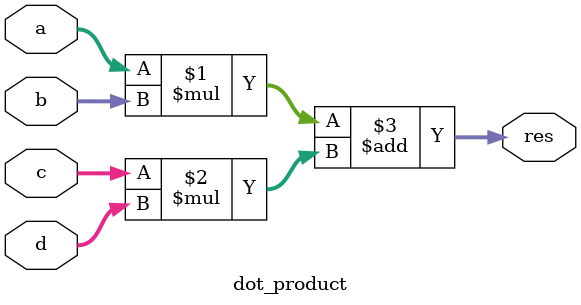
<source format=sv>
module dot_product #(
    BW = 8
)
(
    input logic [BW-1:0] a,
    input logic [BW-1:0] b,
    input logic [BW-1:0] c,
    input logic [BW-1:0] d,
    output logic [2*BW-1:0] res
);

assign res = a*b + c*d;

endmodule
</source>
